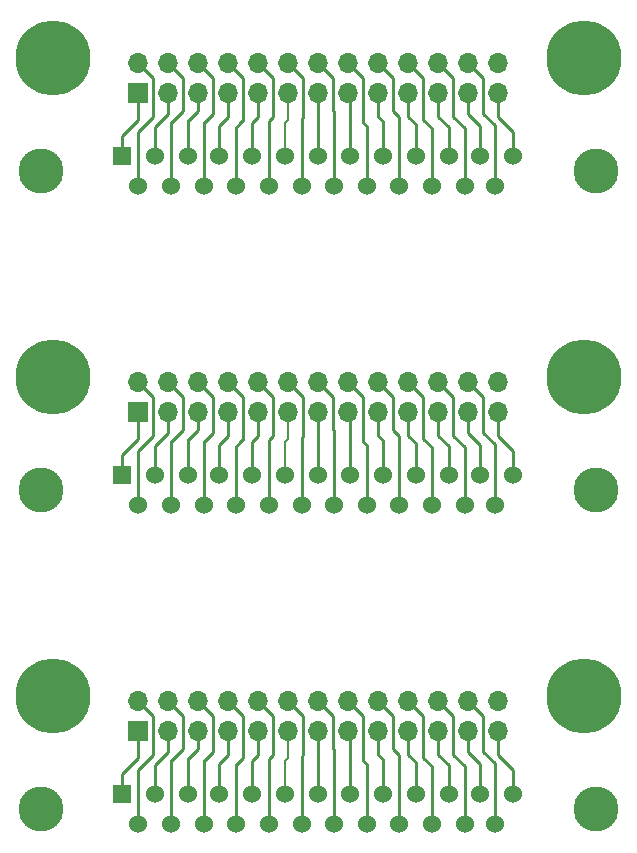
<source format=gtl>
%MOIN*%
%OFA0B0*%
%FSLAX46Y46*%
%IPPOS*%
%LPD*%
%ADD10R,0.066929133858267723X0.066929133858267723*%
%ADD11O,0.066929133858267723X0.066929133858267723*%
%ADD12C,0.15000000000000002*%
%ADD13C,0.060000000000000005*%
%ADD14R,0.060000000000000005X0.060000000000000005*%
%ADD15C,0.25*%
%ADD16C,0.01*%
%ADD17C,0.008*%
%ADD28R,0.066929133858267723X0.066929133858267723*%
%ADD29O,0.066929133858267723X0.066929133858267723*%
%ADD30C,0.15000000000000002*%
%ADD31C,0.060000000000000005*%
%ADD32R,0.060000000000000005X0.060000000000000005*%
%ADD33C,0.25*%
%ADD34C,0.01*%
%ADD35C,0.008*%
%ADD36R,0.066929133858267723X0.066929133858267723*%
%ADD37O,0.066929133858267723X0.066929133858267723*%
%ADD38C,0.15000000000000002*%
%ADD39C,0.060000000000000005*%
%ADD40R,0.060000000000000005X0.060000000000000005*%
%ADD41C,0.25*%
%ADD42C,0.01*%
%ADD43C,0.008*%
G01*
D10*
X-0000826771Y0001220472D02*
X0000443228Y0000710472D03*
D11*
X0000443228Y0000810472D03*
X0000543228Y0000710472D03*
X0000543228Y0000810472D03*
X0000643228Y0000710472D03*
X0000643228Y0000810472D03*
X0000743228Y0000710472D03*
X0000743228Y0000810472D03*
X0000843228Y0000710472D03*
X0000843228Y0000810472D03*
X0000943228Y0000710472D03*
X0000943228Y0000810472D03*
X0001043228Y0000710472D03*
X0001043228Y0000810472D03*
X0001143228Y0000710472D03*
X0001143228Y0000810472D03*
X0001243228Y0000710472D03*
X0001243228Y0000810472D03*
X0001343228Y0000710472D03*
X0001343228Y0000810472D03*
X0001443228Y0000710472D03*
X0001443228Y0000810472D03*
X0001543228Y0000710472D03*
X0001543228Y0000810472D03*
X0001643228Y0000710472D03*
X0001643228Y0000810472D03*
D12*
X0000118228Y0000450472D03*
X0001968228Y0000450472D03*
D13*
X0001693228Y0000500472D03*
X0001583228Y0000500472D03*
X0001478228Y0000500472D03*
X0001368228Y0000500472D03*
X0001258228Y0000500472D03*
X0001148228Y0000500472D03*
X0001043228Y0000500472D03*
X0000933228Y0000500472D03*
X0000823228Y0000500472D03*
X0000713228Y0000500472D03*
X0000608228Y0000500472D03*
X0000498228Y0000500472D03*
D14*
X0000388228Y0000500472D03*
D13*
X0001631228Y0000400472D03*
X0001531228Y0000400472D03*
X0001421228Y0000400472D03*
X0001313228Y0000400472D03*
X0001205228Y0000400472D03*
X0001095228Y0000400472D03*
X0000987228Y0000400472D03*
X0000879228Y0000400472D03*
X0000767228Y0000400472D03*
X0000661228Y0000400472D03*
X0000553228Y0000400472D03*
X0000443228Y0000400472D03*
D15*
X0001929133Y0000826771D03*
X0000157480Y0000826771D03*
D16*
X0000388228Y0000565472D02*
X0000443228Y0000620472D01*
X0000443228Y0000620472D02*
X0000443228Y0000710472D01*
X0000388228Y0000500472D02*
X0000388228Y0000565472D01*
X0000543228Y0000640472D02*
X0000543228Y0000710472D01*
X0000498228Y0000595472D02*
X0000543228Y0000640472D01*
X0000498228Y0000500472D02*
X0000498228Y0000595472D01*
D17*
X0000643228Y0000650472D02*
X0000608228Y0000615472D01*
X0000643228Y0000710472D02*
X0000643228Y0000650472D01*
D16*
X0000643228Y0000650472D02*
X0000643228Y0000710472D01*
X0000608228Y0000615472D02*
X0000643228Y0000650472D01*
X0000608228Y0000500472D02*
X0000608228Y0000615472D01*
X0000713228Y0000600472D02*
X0000743228Y0000630472D01*
X0000743228Y0000630472D02*
X0000743228Y0000710472D01*
X0000713228Y0000500472D02*
X0000713228Y0000600472D01*
X0000823228Y0000610472D02*
X0000843228Y0000630472D01*
X0000843228Y0000630472D02*
X0000843228Y0000710472D01*
X0000823228Y0000500472D02*
X0000823228Y0000610472D01*
D17*
X0000943228Y0000620472D02*
X0000933228Y0000610472D01*
X0000933228Y0000610472D02*
X0000933228Y0000500472D01*
X0000943228Y0000710472D02*
X0000943228Y0000620472D01*
D16*
X0001043228Y0000500472D02*
X0001043228Y0000710472D01*
D17*
X0001148228Y0000705472D02*
X0001143228Y0000710472D01*
D16*
X0001148228Y0000705472D02*
X0001143228Y0000710472D01*
X0001148228Y0000500472D02*
X0001148228Y0000705472D01*
D17*
X0001258228Y0000695472D02*
X0001243228Y0000710472D01*
D16*
X0001258228Y0000615472D02*
X0001243228Y0000630472D01*
X0001243228Y0000630472D02*
X0001243228Y0000710472D01*
X0001258228Y0000500472D02*
X0001258228Y0000615472D01*
X0001368228Y0000605472D02*
X0001343228Y0000630472D01*
X0001343228Y0000630472D02*
X0001343228Y0000710472D01*
X0001368228Y0000500472D02*
X0001368228Y0000605472D01*
X0001478228Y0000595472D02*
X0001443228Y0000630472D01*
X0001443228Y0000630472D02*
X0001443228Y0000710472D01*
X0001478228Y0000500472D02*
X0001478228Y0000595472D01*
D17*
X0001543228Y0000640472D02*
X0001583228Y0000600472D01*
X0001543228Y0000710472D02*
X0001543228Y0000640472D01*
D16*
X0001543228Y0000640472D02*
X0001543228Y0000710472D01*
X0001583228Y0000600472D02*
X0001543228Y0000640472D01*
X0001583228Y0000500472D02*
X0001583228Y0000600472D01*
X0001693228Y0000580472D02*
X0001643228Y0000630472D01*
X0001643228Y0000630472D02*
X0001643228Y0000710472D01*
X0001693228Y0000500472D02*
X0001693228Y0000580472D01*
D17*
X0000443228Y0000810472D02*
X0000453228Y0000810472D01*
D16*
X0000443228Y0000580472D02*
X0000493228Y0000630472D01*
X0000493228Y0000630472D02*
X0000493228Y0000760472D01*
X0000493228Y0000760472D02*
X0000443228Y0000810472D01*
X0000443228Y0000400472D02*
X0000443228Y0000580472D01*
D17*
X0000593228Y0000760472D02*
X0000593228Y0000650472D01*
X0000593228Y0000650472D02*
X0000553228Y0000610472D01*
X0000543228Y0000810472D02*
X0000593228Y0000760472D01*
D16*
X0000593228Y0000760472D02*
X0000543228Y0000810472D01*
X0000593228Y0000650472D02*
X0000593228Y0000760472D01*
X0000553228Y0000610472D02*
X0000593228Y0000650472D01*
X0000553228Y0000400472D02*
X0000553228Y0000610472D01*
D17*
X0000663228Y0000402472D02*
X0000661228Y0000400472D01*
X0000693228Y0000760472D02*
X0000693228Y0000640472D01*
X0000693228Y0000640472D02*
X0000663228Y0000610472D01*
X0000663228Y0000610472D02*
X0000663228Y0000402472D01*
X0000643228Y0000810472D02*
X0000693228Y0000760472D01*
D16*
X0000693228Y0000760472D02*
X0000643228Y0000810472D01*
X0000693228Y0000640472D02*
X0000693228Y0000760472D01*
X0000661228Y0000608472D02*
X0000693228Y0000640472D01*
X0000661228Y0000400472D02*
X0000661228Y0000608472D01*
D17*
X0000793228Y0000760472D02*
X0000793228Y0000620472D01*
X0000793228Y0000620472D02*
X0000767228Y0000594472D01*
X0000743228Y0000810472D02*
X0000793228Y0000760472D01*
D16*
X0000793228Y0000760472D02*
X0000743228Y0000810472D01*
X0000793228Y0000620472D02*
X0000793228Y0000760472D01*
X0000767228Y0000594472D02*
X0000793228Y0000620472D01*
X0000767228Y0000400472D02*
X0000767228Y0000594472D01*
D17*
X0000843228Y0000810472D02*
X0000893228Y0000760472D01*
D16*
X0000893228Y0000760472D02*
X0000843228Y0000810472D01*
X0000879228Y0000616472D02*
X0000893228Y0000630472D01*
X0000893228Y0000630472D02*
X0000893228Y0000760472D01*
X0000879228Y0000400472D02*
X0000879228Y0000616472D01*
D17*
X0000993228Y0000406472D02*
X0000987228Y0000400472D01*
X0000943228Y0000810472D02*
X0000943228Y0000800472D01*
D16*
X0000987228Y0000624472D02*
X0000993228Y0000630472D01*
X0000993228Y0000630472D02*
X0000993228Y0000760472D01*
X0000993228Y0000760472D02*
X0000943228Y0000810472D01*
X0000987228Y0000400472D02*
X0000987228Y0000624472D01*
D17*
X0001043228Y0000810472D02*
X0001093228Y0000760472D01*
X0001093228Y0000760472D02*
X0001043228Y0000810472D01*
D16*
X0001093228Y0000760472D02*
X0001043228Y0000810472D01*
X0001095228Y0000648472D02*
X0001093228Y0000650472D01*
X0001093228Y0000650472D02*
X0001093228Y0000760472D01*
X0001093228Y0000760472D02*
X0001043228Y0000810472D01*
X0001093228Y0000650472D02*
X0001093228Y0000760472D01*
X0001095228Y0000648472D02*
X0001093228Y0000650472D01*
X0001095228Y0000400472D02*
X0001095228Y0000648472D01*
D17*
X0001193228Y0000760472D02*
X0001143228Y0000810472D01*
D16*
X0001193228Y0000760472D02*
X0001143228Y0000810472D01*
X0001205228Y0000598472D02*
X0001193228Y0000610472D01*
X0001193228Y0000610472D02*
X0001193228Y0000760472D01*
X0001205228Y0000400472D02*
X0001205228Y0000598472D01*
D17*
X0001293228Y0000760472D02*
X0001243228Y0000810472D01*
D16*
X0001293228Y0000760472D02*
X0001243228Y0000810472D01*
X0001313228Y0000630472D02*
X0001293228Y0000650472D01*
X0001293228Y0000650472D02*
X0001293228Y0000760472D01*
X0001313228Y0000400472D02*
X0001313228Y0000630472D01*
D17*
X0001421228Y0000592472D02*
X0001393228Y0000620472D01*
X0001393228Y0000620472D02*
X0001393228Y0000760472D01*
X0001393228Y0000760472D02*
X0001343228Y0000810472D01*
D16*
X0001393228Y0000760472D02*
X0001343228Y0000810472D01*
X0001393228Y0000620472D02*
X0001393228Y0000760472D01*
X0001421228Y0000592472D02*
X0001393228Y0000620472D01*
X0001421228Y0000400472D02*
X0001421228Y0000592472D01*
D17*
X0001493228Y0000760472D02*
X0001443228Y0000810472D01*
D16*
X0001493228Y0000760472D02*
X0001443228Y0000810472D01*
X0001531228Y0000592472D02*
X0001493228Y0000630472D01*
X0001493228Y0000630472D02*
X0001493228Y0000760472D01*
X0001531228Y0000400472D02*
X0001531228Y0000592472D01*
D17*
X0001593228Y0000760472D02*
X0001543228Y0000810472D01*
D16*
X0001593228Y0000760472D02*
X0001543228Y0000810472D01*
X0001631228Y0000602472D02*
X0001593228Y0000640472D01*
X0001593228Y0000640472D02*
X0001593228Y0000760472D01*
X0001631228Y0000400472D02*
X0001631228Y0000602472D01*
G04 next file*
G04 Gerber Fmt 4.6, Leading zero omitted, Abs format (unit mm)*
G04 Created by KiCad (PCBNEW (5.1.10)-1) date 2022-01-20 18:23:21*
G01*
G04 APERTURE LIST*
G04 APERTURE END LIST*
D28*
X-0000826771Y0002283464D02*
X0000443228Y0001773464D03*
D29*
X0000443228Y0001873464D03*
X0000543228Y0001773464D03*
X0000543228Y0001873464D03*
X0000643228Y0001773464D03*
X0000643228Y0001873464D03*
X0000743228Y0001773464D03*
X0000743228Y0001873464D03*
X0000843228Y0001773464D03*
X0000843228Y0001873464D03*
X0000943228Y0001773464D03*
X0000943228Y0001873464D03*
X0001043228Y0001773464D03*
X0001043228Y0001873464D03*
X0001143228Y0001773464D03*
X0001143228Y0001873464D03*
X0001243228Y0001773464D03*
X0001243228Y0001873464D03*
X0001343228Y0001773464D03*
X0001343228Y0001873464D03*
X0001443228Y0001773464D03*
X0001443228Y0001873464D03*
X0001543228Y0001773464D03*
X0001543228Y0001873464D03*
X0001643228Y0001773464D03*
X0001643228Y0001873464D03*
D30*
X0000118228Y0001513464D03*
X0001968228Y0001513464D03*
D31*
X0001693228Y0001563464D03*
X0001583228Y0001563464D03*
X0001478228Y0001563464D03*
X0001368228Y0001563464D03*
X0001258228Y0001563464D03*
X0001148228Y0001563464D03*
X0001043228Y0001563464D03*
X0000933228Y0001563464D03*
X0000823228Y0001563464D03*
X0000713228Y0001563464D03*
X0000608228Y0001563464D03*
X0000498228Y0001563464D03*
D32*
X0000388228Y0001563464D03*
D31*
X0001631228Y0001463464D03*
X0001531228Y0001463464D03*
X0001421228Y0001463464D03*
X0001313228Y0001463464D03*
X0001205228Y0001463464D03*
X0001095228Y0001463464D03*
X0000987228Y0001463464D03*
X0000879228Y0001463464D03*
X0000767228Y0001463464D03*
X0000661228Y0001463464D03*
X0000553228Y0001463464D03*
X0000443228Y0001463464D03*
D33*
X0001929133Y0001889763D03*
X0000157480Y0001889763D03*
D34*
X0000388228Y0001628464D02*
X0000443228Y0001683464D01*
X0000443228Y0001683464D02*
X0000443228Y0001773464D01*
X0000388228Y0001563464D02*
X0000388228Y0001628464D01*
X0000543228Y0001703464D02*
X0000543228Y0001773464D01*
X0000498228Y0001658464D02*
X0000543228Y0001703464D01*
X0000498228Y0001563464D02*
X0000498228Y0001658464D01*
D35*
X0000643228Y0001713464D02*
X0000608228Y0001678464D01*
X0000643228Y0001773464D02*
X0000643228Y0001713464D01*
D34*
X0000643228Y0001713464D02*
X0000643228Y0001773464D01*
X0000608228Y0001678464D02*
X0000643228Y0001713464D01*
X0000608228Y0001563464D02*
X0000608228Y0001678464D01*
X0000713228Y0001663464D02*
X0000743228Y0001693464D01*
X0000743228Y0001693464D02*
X0000743228Y0001773464D01*
X0000713228Y0001563464D02*
X0000713228Y0001663464D01*
X0000823228Y0001673464D02*
X0000843228Y0001693464D01*
X0000843228Y0001693464D02*
X0000843228Y0001773464D01*
X0000823228Y0001563464D02*
X0000823228Y0001673464D01*
D35*
X0000943228Y0001683464D02*
X0000933228Y0001673464D01*
X0000933228Y0001673464D02*
X0000933228Y0001563464D01*
X0000943228Y0001773464D02*
X0000943228Y0001683464D01*
D34*
X0001043228Y0001563464D02*
X0001043228Y0001773464D01*
D35*
X0001148228Y0001768464D02*
X0001143228Y0001773464D01*
D34*
X0001148228Y0001768464D02*
X0001143228Y0001773464D01*
X0001148228Y0001563464D02*
X0001148228Y0001768464D01*
D35*
X0001258228Y0001758464D02*
X0001243228Y0001773464D01*
D34*
X0001258228Y0001678464D02*
X0001243228Y0001693464D01*
X0001243228Y0001693464D02*
X0001243228Y0001773464D01*
X0001258228Y0001563464D02*
X0001258228Y0001678464D01*
X0001368228Y0001668464D02*
X0001343228Y0001693464D01*
X0001343228Y0001693464D02*
X0001343228Y0001773464D01*
X0001368228Y0001563464D02*
X0001368228Y0001668464D01*
X0001478228Y0001658464D02*
X0001443228Y0001693464D01*
X0001443228Y0001693464D02*
X0001443228Y0001773464D01*
X0001478228Y0001563464D02*
X0001478228Y0001658464D01*
D35*
X0001543228Y0001703464D02*
X0001583228Y0001663464D01*
X0001543228Y0001773464D02*
X0001543228Y0001703464D01*
D34*
X0001543228Y0001703464D02*
X0001543228Y0001773464D01*
X0001583228Y0001663464D02*
X0001543228Y0001703464D01*
X0001583228Y0001563464D02*
X0001583228Y0001663464D01*
X0001693228Y0001643464D02*
X0001643228Y0001693464D01*
X0001643228Y0001693464D02*
X0001643228Y0001773464D01*
X0001693228Y0001563464D02*
X0001693228Y0001643464D01*
D35*
X0000443228Y0001873464D02*
X0000453228Y0001873464D01*
D34*
X0000443228Y0001643464D02*
X0000493228Y0001693464D01*
X0000493228Y0001693464D02*
X0000493228Y0001823464D01*
X0000493228Y0001823464D02*
X0000443228Y0001873464D01*
X0000443228Y0001463464D02*
X0000443228Y0001643464D01*
D35*
X0000593228Y0001823464D02*
X0000593228Y0001713464D01*
X0000593228Y0001713464D02*
X0000553228Y0001673464D01*
X0000543228Y0001873464D02*
X0000593228Y0001823464D01*
D34*
X0000593228Y0001823464D02*
X0000543228Y0001873464D01*
X0000593228Y0001713464D02*
X0000593228Y0001823464D01*
X0000553228Y0001673464D02*
X0000593228Y0001713464D01*
X0000553228Y0001463464D02*
X0000553228Y0001673464D01*
D35*
X0000663228Y0001465464D02*
X0000661228Y0001463464D01*
X0000693228Y0001823464D02*
X0000693228Y0001703464D01*
X0000693228Y0001703464D02*
X0000663228Y0001673464D01*
X0000663228Y0001673464D02*
X0000663228Y0001465464D01*
X0000643228Y0001873464D02*
X0000693228Y0001823464D01*
D34*
X0000693228Y0001823464D02*
X0000643228Y0001873464D01*
X0000693228Y0001703464D02*
X0000693228Y0001823464D01*
X0000661228Y0001671464D02*
X0000693228Y0001703464D01*
X0000661228Y0001463464D02*
X0000661228Y0001671464D01*
D35*
X0000793228Y0001823464D02*
X0000793228Y0001683464D01*
X0000793228Y0001683464D02*
X0000767228Y0001657464D01*
X0000743228Y0001873464D02*
X0000793228Y0001823464D01*
D34*
X0000793228Y0001823464D02*
X0000743228Y0001873464D01*
X0000793228Y0001683464D02*
X0000793228Y0001823464D01*
X0000767228Y0001657464D02*
X0000793228Y0001683464D01*
X0000767228Y0001463464D02*
X0000767228Y0001657464D01*
D35*
X0000843228Y0001873464D02*
X0000893228Y0001823464D01*
D34*
X0000893228Y0001823464D02*
X0000843228Y0001873464D01*
X0000879228Y0001679464D02*
X0000893228Y0001693464D01*
X0000893228Y0001693464D02*
X0000893228Y0001823464D01*
X0000879228Y0001463464D02*
X0000879228Y0001679464D01*
D35*
X0000993228Y0001469464D02*
X0000987228Y0001463464D01*
X0000943228Y0001873464D02*
X0000943228Y0001863464D01*
D34*
X0000987228Y0001687464D02*
X0000993228Y0001693464D01*
X0000993228Y0001693464D02*
X0000993228Y0001823464D01*
X0000993228Y0001823464D02*
X0000943228Y0001873464D01*
X0000987228Y0001463464D02*
X0000987228Y0001687464D01*
D35*
X0001043228Y0001873464D02*
X0001093228Y0001823464D01*
X0001093228Y0001823464D02*
X0001043228Y0001873464D01*
D34*
X0001093228Y0001823464D02*
X0001043228Y0001873464D01*
X0001095228Y0001711464D02*
X0001093228Y0001713464D01*
X0001093228Y0001713464D02*
X0001093228Y0001823464D01*
X0001093228Y0001823464D02*
X0001043228Y0001873464D01*
X0001093228Y0001713464D02*
X0001093228Y0001823464D01*
X0001095228Y0001711464D02*
X0001093228Y0001713464D01*
X0001095228Y0001463464D02*
X0001095228Y0001711464D01*
D35*
X0001193228Y0001823464D02*
X0001143228Y0001873464D01*
D34*
X0001193228Y0001823464D02*
X0001143228Y0001873464D01*
X0001205228Y0001661464D02*
X0001193228Y0001673464D01*
X0001193228Y0001673464D02*
X0001193228Y0001823464D01*
X0001205228Y0001463464D02*
X0001205228Y0001661464D01*
D35*
X0001293228Y0001823464D02*
X0001243228Y0001873464D01*
D34*
X0001293228Y0001823464D02*
X0001243228Y0001873464D01*
X0001313228Y0001693464D02*
X0001293228Y0001713464D01*
X0001293228Y0001713464D02*
X0001293228Y0001823464D01*
X0001313228Y0001463464D02*
X0001313228Y0001693464D01*
D35*
X0001421228Y0001655464D02*
X0001393228Y0001683464D01*
X0001393228Y0001683464D02*
X0001393228Y0001823464D01*
X0001393228Y0001823464D02*
X0001343228Y0001873464D01*
D34*
X0001393228Y0001823464D02*
X0001343228Y0001873464D01*
X0001393228Y0001683464D02*
X0001393228Y0001823464D01*
X0001421228Y0001655464D02*
X0001393228Y0001683464D01*
X0001421228Y0001463464D02*
X0001421228Y0001655464D01*
D35*
X0001493228Y0001823464D02*
X0001443228Y0001873464D01*
D34*
X0001493228Y0001823464D02*
X0001443228Y0001873464D01*
X0001531228Y0001655464D02*
X0001493228Y0001693464D01*
X0001493228Y0001693464D02*
X0001493228Y0001823464D01*
X0001531228Y0001463464D02*
X0001531228Y0001655464D01*
D35*
X0001593228Y0001823464D02*
X0001543228Y0001873464D01*
D34*
X0001593228Y0001823464D02*
X0001543228Y0001873464D01*
X0001631228Y0001665464D02*
X0001593228Y0001703464D01*
X0001593228Y0001703464D02*
X0001593228Y0001823464D01*
X0001631228Y0001463464D02*
X0001631228Y0001665464D01*
G04 next file*
G04 Gerber Fmt 4.6, Leading zero omitted, Abs format (unit mm)*
G04 Created by KiCad (PCBNEW (5.1.10)-1) date 2022-01-20 18:23:21*
G01*
G04 APERTURE LIST*
G04 APERTURE END LIST*
D36*
X-0000826771Y0003346456D02*
X0000443228Y0002836456D03*
D37*
X0000443228Y0002936456D03*
X0000543228Y0002836456D03*
X0000543228Y0002936456D03*
X0000643228Y0002836456D03*
X0000643228Y0002936456D03*
X0000743228Y0002836456D03*
X0000743228Y0002936456D03*
X0000843228Y0002836456D03*
X0000843228Y0002936456D03*
X0000943228Y0002836456D03*
X0000943228Y0002936456D03*
X0001043228Y0002836456D03*
X0001043228Y0002936456D03*
X0001143228Y0002836456D03*
X0001143228Y0002936456D03*
X0001243228Y0002836456D03*
X0001243228Y0002936456D03*
X0001343228Y0002836456D03*
X0001343228Y0002936456D03*
X0001443228Y0002836456D03*
X0001443228Y0002936456D03*
X0001543228Y0002836456D03*
X0001543228Y0002936456D03*
X0001643228Y0002836456D03*
X0001643228Y0002936456D03*
D38*
X0000118228Y0002576456D03*
X0001968228Y0002576456D03*
D39*
X0001693228Y0002626456D03*
X0001583228Y0002626456D03*
X0001478228Y0002626456D03*
X0001368228Y0002626456D03*
X0001258228Y0002626456D03*
X0001148228Y0002626456D03*
X0001043228Y0002626456D03*
X0000933228Y0002626456D03*
X0000823228Y0002626456D03*
X0000713228Y0002626456D03*
X0000608228Y0002626456D03*
X0000498228Y0002626456D03*
D40*
X0000388228Y0002626456D03*
D39*
X0001631228Y0002526456D03*
X0001531228Y0002526456D03*
X0001421228Y0002526456D03*
X0001313228Y0002526456D03*
X0001205228Y0002526456D03*
X0001095228Y0002526456D03*
X0000987228Y0002526456D03*
X0000879228Y0002526456D03*
X0000767228Y0002526456D03*
X0000661228Y0002526456D03*
X0000553228Y0002526456D03*
X0000443228Y0002526456D03*
D41*
X0001929133Y0002952755D03*
X0000157480Y0002952755D03*
D42*
X0000388228Y0002691456D02*
X0000443228Y0002746456D01*
X0000443228Y0002746456D02*
X0000443228Y0002836456D01*
X0000388228Y0002626456D02*
X0000388228Y0002691456D01*
X0000543228Y0002766456D02*
X0000543228Y0002836456D01*
X0000498228Y0002721456D02*
X0000543228Y0002766456D01*
X0000498228Y0002626456D02*
X0000498228Y0002721456D01*
D43*
X0000643228Y0002776456D02*
X0000608228Y0002741456D01*
X0000643228Y0002836456D02*
X0000643228Y0002776456D01*
D42*
X0000643228Y0002776456D02*
X0000643228Y0002836456D01*
X0000608228Y0002741456D02*
X0000643228Y0002776456D01*
X0000608228Y0002626456D02*
X0000608228Y0002741456D01*
X0000713228Y0002726456D02*
X0000743228Y0002756456D01*
X0000743228Y0002756456D02*
X0000743228Y0002836456D01*
X0000713228Y0002626456D02*
X0000713228Y0002726456D01*
X0000823228Y0002736456D02*
X0000843228Y0002756456D01*
X0000843228Y0002756456D02*
X0000843228Y0002836456D01*
X0000823228Y0002626456D02*
X0000823228Y0002736456D01*
D43*
X0000943228Y0002746456D02*
X0000933228Y0002736456D01*
X0000933228Y0002736456D02*
X0000933228Y0002626456D01*
X0000943228Y0002836456D02*
X0000943228Y0002746456D01*
D42*
X0001043228Y0002626456D02*
X0001043228Y0002836456D01*
D43*
X0001148228Y0002831456D02*
X0001143228Y0002836456D01*
D42*
X0001148228Y0002831456D02*
X0001143228Y0002836456D01*
X0001148228Y0002626456D02*
X0001148228Y0002831456D01*
D43*
X0001258228Y0002821456D02*
X0001243228Y0002836456D01*
D42*
X0001258228Y0002741456D02*
X0001243228Y0002756456D01*
X0001243228Y0002756456D02*
X0001243228Y0002836456D01*
X0001258228Y0002626456D02*
X0001258228Y0002741456D01*
X0001368228Y0002731456D02*
X0001343228Y0002756456D01*
X0001343228Y0002756456D02*
X0001343228Y0002836456D01*
X0001368228Y0002626456D02*
X0001368228Y0002731456D01*
X0001478228Y0002721456D02*
X0001443228Y0002756456D01*
X0001443228Y0002756456D02*
X0001443228Y0002836456D01*
X0001478228Y0002626456D02*
X0001478228Y0002721456D01*
D43*
X0001543228Y0002766456D02*
X0001583228Y0002726456D01*
X0001543228Y0002836456D02*
X0001543228Y0002766456D01*
D42*
X0001543228Y0002766456D02*
X0001543228Y0002836456D01*
X0001583228Y0002726456D02*
X0001543228Y0002766456D01*
X0001583228Y0002626456D02*
X0001583228Y0002726456D01*
X0001693228Y0002706456D02*
X0001643228Y0002756456D01*
X0001643228Y0002756456D02*
X0001643228Y0002836456D01*
X0001693228Y0002626456D02*
X0001693228Y0002706456D01*
D43*
X0000443228Y0002936456D02*
X0000453228Y0002936456D01*
D42*
X0000443228Y0002706456D02*
X0000493228Y0002756456D01*
X0000493228Y0002756456D02*
X0000493228Y0002886456D01*
X0000493228Y0002886456D02*
X0000443228Y0002936456D01*
X0000443228Y0002526456D02*
X0000443228Y0002706456D01*
D43*
X0000593228Y0002886456D02*
X0000593228Y0002776456D01*
X0000593228Y0002776456D02*
X0000553228Y0002736456D01*
X0000543228Y0002936456D02*
X0000593228Y0002886456D01*
D42*
X0000593228Y0002886456D02*
X0000543228Y0002936456D01*
X0000593228Y0002776456D02*
X0000593228Y0002886456D01*
X0000553228Y0002736456D02*
X0000593228Y0002776456D01*
X0000553228Y0002526456D02*
X0000553228Y0002736456D01*
D43*
X0000663228Y0002528456D02*
X0000661228Y0002526456D01*
X0000693228Y0002886456D02*
X0000693228Y0002766456D01*
X0000693228Y0002766456D02*
X0000663228Y0002736456D01*
X0000663228Y0002736456D02*
X0000663228Y0002528456D01*
X0000643228Y0002936456D02*
X0000693228Y0002886456D01*
D42*
X0000693228Y0002886456D02*
X0000643228Y0002936456D01*
X0000693228Y0002766456D02*
X0000693228Y0002886456D01*
X0000661228Y0002734456D02*
X0000693228Y0002766456D01*
X0000661228Y0002526456D02*
X0000661228Y0002734456D01*
D43*
X0000793228Y0002886456D02*
X0000793228Y0002746456D01*
X0000793228Y0002746456D02*
X0000767228Y0002720456D01*
X0000743228Y0002936456D02*
X0000793228Y0002886456D01*
D42*
X0000793228Y0002886456D02*
X0000743228Y0002936456D01*
X0000793228Y0002746456D02*
X0000793228Y0002886456D01*
X0000767228Y0002720456D02*
X0000793228Y0002746456D01*
X0000767228Y0002526456D02*
X0000767228Y0002720456D01*
D43*
X0000843228Y0002936456D02*
X0000893228Y0002886456D01*
D42*
X0000893228Y0002886456D02*
X0000843228Y0002936456D01*
X0000879228Y0002742456D02*
X0000893228Y0002756456D01*
X0000893228Y0002756456D02*
X0000893228Y0002886456D01*
X0000879228Y0002526456D02*
X0000879228Y0002742456D01*
D43*
X0000993228Y0002532456D02*
X0000987228Y0002526456D01*
X0000943228Y0002936456D02*
X0000943228Y0002926456D01*
D42*
X0000987228Y0002750456D02*
X0000993228Y0002756456D01*
X0000993228Y0002756456D02*
X0000993228Y0002886456D01*
X0000993228Y0002886456D02*
X0000943228Y0002936456D01*
X0000987228Y0002526456D02*
X0000987228Y0002750456D01*
D43*
X0001043228Y0002936456D02*
X0001093228Y0002886456D01*
X0001093228Y0002886456D02*
X0001043228Y0002936456D01*
D42*
X0001093228Y0002886456D02*
X0001043228Y0002936456D01*
X0001095228Y0002774456D02*
X0001093228Y0002776456D01*
X0001093228Y0002776456D02*
X0001093228Y0002886456D01*
X0001093228Y0002886456D02*
X0001043228Y0002936456D01*
X0001093228Y0002776456D02*
X0001093228Y0002886456D01*
X0001095228Y0002774456D02*
X0001093228Y0002776456D01*
X0001095228Y0002526456D02*
X0001095228Y0002774456D01*
D43*
X0001193228Y0002886456D02*
X0001143228Y0002936456D01*
D42*
X0001193228Y0002886456D02*
X0001143228Y0002936456D01*
X0001205228Y0002724456D02*
X0001193228Y0002736456D01*
X0001193228Y0002736456D02*
X0001193228Y0002886456D01*
X0001205228Y0002526456D02*
X0001205228Y0002724456D01*
D43*
X0001293228Y0002886456D02*
X0001243228Y0002936456D01*
D42*
X0001293228Y0002886456D02*
X0001243228Y0002936456D01*
X0001313228Y0002756456D02*
X0001293228Y0002776456D01*
X0001293228Y0002776456D02*
X0001293228Y0002886456D01*
X0001313228Y0002526456D02*
X0001313228Y0002756456D01*
D43*
X0001421228Y0002718456D02*
X0001393228Y0002746456D01*
X0001393228Y0002746456D02*
X0001393228Y0002886456D01*
X0001393228Y0002886456D02*
X0001343228Y0002936456D01*
D42*
X0001393228Y0002886456D02*
X0001343228Y0002936456D01*
X0001393228Y0002746456D02*
X0001393228Y0002886456D01*
X0001421228Y0002718456D02*
X0001393228Y0002746456D01*
X0001421228Y0002526456D02*
X0001421228Y0002718456D01*
D43*
X0001493228Y0002886456D02*
X0001443228Y0002936456D01*
D42*
X0001493228Y0002886456D02*
X0001443228Y0002936456D01*
X0001531228Y0002718456D02*
X0001493228Y0002756456D01*
X0001493228Y0002756456D02*
X0001493228Y0002886456D01*
X0001531228Y0002526456D02*
X0001531228Y0002718456D01*
D43*
X0001593228Y0002886456D02*
X0001543228Y0002936456D01*
D42*
X0001593228Y0002886456D02*
X0001543228Y0002936456D01*
X0001631228Y0002728456D02*
X0001593228Y0002766456D01*
X0001593228Y0002766456D02*
X0001593228Y0002886456D01*
X0001631228Y0002526456D02*
X0001631228Y0002728456D01*
M02*
</source>
